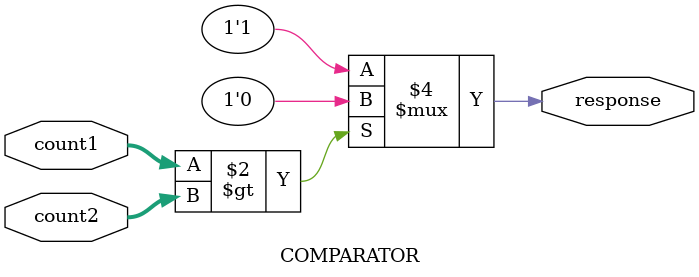
<source format=v>


module COMPARATOR(
    input [31:0] count1, count2,
    output reg response
    );
    
    always@(*) begin
        if (count1 > count2)
            response <= 1'b0;
        else
            response <= 1'b1;
    end
    
endmodule

</source>
